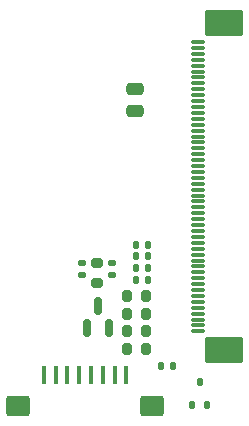
<source format=gtp>
G04 #@! TF.GenerationSoftware,KiCad,Pcbnew,9.0.1-rc2*
G04 #@! TF.CreationDate,2025-04-23T19:50:41-07:00*
G04 #@! TF.ProjectId,displaypcb,64697370-6c61-4797-9063-622e6b696361,2*
G04 #@! TF.SameCoordinates,Original*
G04 #@! TF.FileFunction,Paste,Top*
G04 #@! TF.FilePolarity,Positive*
%FSLAX46Y46*%
G04 Gerber Fmt 4.6, Leading zero omitted, Abs format (unit mm)*
G04 Created by KiCad (PCBNEW 9.0.1-rc2) date 2025-04-23 19:50:41*
%MOMM*%
%LPD*%
G01*
G04 APERTURE LIST*
G04 Aperture macros list*
%AMRoundRect*
0 Rectangle with rounded corners*
0 $1 Rounding radius*
0 $2 $3 $4 $5 $6 $7 $8 $9 X,Y pos of 4 corners*
0 Add a 4 corners polygon primitive as box body*
4,1,4,$2,$3,$4,$5,$6,$7,$8,$9,$2,$3,0*
0 Add four circle primitives for the rounded corners*
1,1,$1+$1,$2,$3*
1,1,$1+$1,$4,$5*
1,1,$1+$1,$6,$7*
1,1,$1+$1,$8,$9*
0 Add four rect primitives between the rounded corners*
20,1,$1+$1,$2,$3,$4,$5,0*
20,1,$1+$1,$4,$5,$6,$7,0*
20,1,$1+$1,$6,$7,$8,$9,0*
20,1,$1+$1,$8,$9,$2,$3,0*%
G04 Aperture macros list end*
%ADD10RoundRect,0.075000X0.525000X-0.075000X0.525000X0.075000X-0.525000X0.075000X-0.525000X-0.075000X0*%
%ADD11RoundRect,0.200000X1.450000X-0.900000X1.450000X0.900000X-1.450000X0.900000X-1.450000X-0.900000X0*%
%ADD12RoundRect,0.135000X-0.135000X-0.185000X0.135000X-0.185000X0.135000X0.185000X-0.135000X0.185000X0*%
%ADD13RoundRect,0.135000X0.185000X-0.135000X0.185000X0.135000X-0.185000X0.135000X-0.185000X-0.135000X0*%
%ADD14RoundRect,0.200000X0.200000X0.275000X-0.200000X0.275000X-0.200000X-0.275000X0.200000X-0.275000X0*%
%ADD15RoundRect,0.250000X0.475000X-0.250000X0.475000X0.250000X-0.475000X0.250000X-0.475000X-0.250000X0*%
%ADD16RoundRect,0.100000X-0.100000X-0.650000X0.100000X-0.650000X0.100000X0.650000X-0.100000X0.650000X0*%
%ADD17RoundRect,0.200000X-0.800000X-0.650000X0.800000X-0.650000X0.800000X0.650000X-0.800000X0.650000X0*%
%ADD18RoundRect,0.150000X0.150000X-0.587500X0.150000X0.587500X-0.150000X0.587500X-0.150000X-0.587500X0*%
%ADD19RoundRect,0.200000X0.275000X-0.200000X0.275000X0.200000X-0.275000X0.200000X-0.275000X-0.200000X0*%
%ADD20RoundRect,0.112500X-0.112500X-0.237500X0.112500X-0.237500X0.112500X0.237500X-0.112500X0.237500X0*%
G04 APERTURE END LIST*
D10*
X107600000Y-112250000D03*
X107600000Y-111750000D03*
X107600000Y-111250000D03*
X107600000Y-110750000D03*
X107600000Y-110250000D03*
X107600000Y-109750000D03*
X107600000Y-109250000D03*
X107600000Y-108750000D03*
X107600000Y-108250000D03*
X107600000Y-107750000D03*
X107600000Y-107250000D03*
X107600000Y-106750000D03*
X107600000Y-106250000D03*
X107600000Y-105750000D03*
X107600000Y-105250000D03*
X107600000Y-104750000D03*
X107600000Y-104250000D03*
X107600000Y-103750000D03*
X107600000Y-103250000D03*
X107600000Y-102750000D03*
X107600000Y-102250000D03*
X107600000Y-101750000D03*
X107600000Y-101250000D03*
X107600000Y-100750000D03*
X107600000Y-100250000D03*
X107600000Y-99750000D03*
X107600000Y-99250000D03*
X107600000Y-98750000D03*
X107600000Y-98250000D03*
X107600000Y-97750000D03*
X107600000Y-97250000D03*
X107600000Y-96750000D03*
X107600000Y-96250000D03*
X107600000Y-95750000D03*
X107600000Y-95250000D03*
X107600000Y-94750000D03*
X107600000Y-94250000D03*
X107600000Y-93750000D03*
X107600000Y-93250000D03*
X107600000Y-92750000D03*
X107600000Y-92250000D03*
X107600000Y-91750000D03*
X107600000Y-91250000D03*
X107600000Y-90750000D03*
X107600000Y-90250000D03*
X107600000Y-89750000D03*
X107600000Y-89250000D03*
X107600000Y-88750000D03*
X107600000Y-88250000D03*
X107600000Y-87750000D03*
D11*
X109750000Y-113850000D03*
X109750000Y-86150000D03*
D12*
X102340000Y-105900000D03*
X103360000Y-105900000D03*
D13*
X100250000Y-107510000D03*
X100250000Y-106490000D03*
D12*
X104390000Y-115200000D03*
X105410000Y-115200000D03*
D14*
X103175000Y-113750000D03*
X101525000Y-113750000D03*
D15*
X102200000Y-93599998D03*
X102200000Y-91700000D03*
D12*
X102340000Y-104900000D03*
X103360000Y-104900000D03*
D14*
X103175000Y-112250000D03*
X101525000Y-112250000D03*
D12*
X102340000Y-106900000D03*
X103360000Y-106900000D03*
D16*
X94500000Y-115950000D03*
X95500000Y-115950000D03*
X96500000Y-115950000D03*
X97500000Y-115950000D03*
X98500000Y-115950000D03*
X99500000Y-115950000D03*
X100500000Y-115950000D03*
X101500000Y-115950000D03*
D17*
X92300000Y-118550000D03*
X103700000Y-118550000D03*
D18*
X98150000Y-111937500D03*
X100050000Y-111937500D03*
X99100000Y-110062499D03*
D14*
X103175000Y-110750000D03*
X101525000Y-110750000D03*
D19*
X99000000Y-108125000D03*
X99000000Y-106475000D03*
D12*
X102340000Y-107900000D03*
X103360000Y-107900000D03*
D13*
X97750000Y-107510000D03*
X97750000Y-106490000D03*
D14*
X103175000Y-109250000D03*
X101525000Y-109250000D03*
D20*
X107050000Y-118500000D03*
X108350000Y-118500000D03*
X107700000Y-116500000D03*
M02*

</source>
